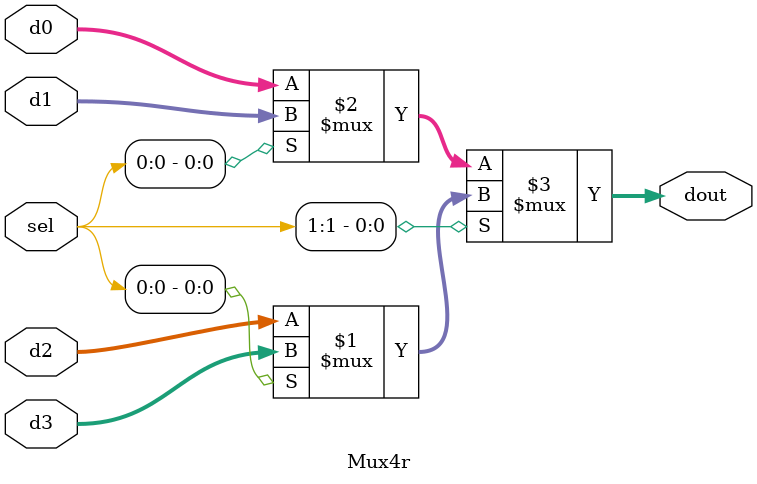
<source format=v>
module Mux4r #(parameter width = 5)
(   input [width-1:0] d0,
    input [width-1:0] d1,
	 input [width-1:0] d2,
	 input [width-1:0] d3,
	 input [1:0] sel,
	 output [width-1:0] dout
    );
	 
	 assign dout = sel[1]?(sel[0]?d3:d2):(sel[0]?d1:d0);

endmodule

</source>
